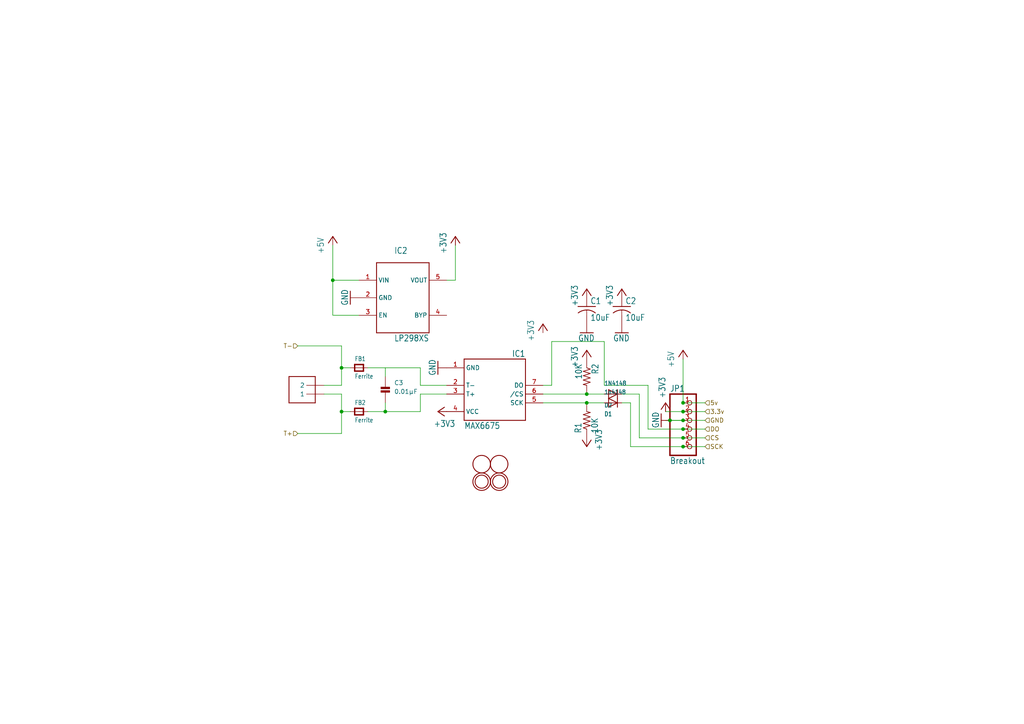
<source format=kicad_sch>
(kicad_sch (version 20230121) (generator eeschema)
  (paper "A4")
  (lib_symbols
    (symbol "Adafruit_MAX31855 v2-eagle-import:+3V3" (power)
      (property "Value" "+3V3" (at -2.54 -5.08 90))
      (symbol "+3V3_1_0"
        (polyline (pts (xy 0 0) (xy -1.27 -1.905)) (stroke (width 0.254)))
        (polyline (pts (xy 1.27 -1.905) (xy 0 0)) (stroke (width 0.254)))
        (pin power_in line (at 0 -2.54 90) (length 2.54) (name "+3V3") (number "1"))
      )
    )
    (symbol "Adafruit_MAX31855 v2-eagle-import:+5V" (power)
      (property "Value" "+5V" (at -2.54 -5.08 90))
      (symbol "+5V_1_0"
        (polyline (pts (xy 0 0) (xy -1.27 -1.905)) (stroke (width 0.254)))
        (polyline (pts (xy 1.27 -1.905) (xy 0 0)) (stroke (width 0.254)))
        (pin power_in line (at 0 -2.54 90) (length 2.54) (name "+5V") (number "1"))
      )
    )
    (symbol "Adafruit_MAX31855 v2-eagle-import:1X2-3.5MM"
      (symbol "1X2-3.5MM_1_0"
        (polyline (pts (xy -2.54 -2.54) (xy 5.08 -2.54)) (stroke (width 0.254)))
        (polyline (pts (xy -2.54 5.08) (xy -2.54 -2.54)) (stroke (width 0.254)))
        (polyline (pts (xy 5.08 -2.54) (xy 5.08 5.08)) (stroke (width 0.254)))
        (polyline (pts (xy 5.08 5.08) (xy -2.54 5.08)) (stroke (width 0.254)))
        (pin passive line (at -5.08 2.54 0) (length 5.08) (name "1") (number "1"))
        (pin passive line (at -5.08 0 0) (length 5.08) (name "2") (number "2"))
      )
    )
    (symbol "Adafruit_MAX31855 v2-eagle-import:C-USC0805K"
      (property "Reference" "C" (at 1.016 0.635 0))
      (symbol "C-USC0805K_1_0"
        (arc (start 0 -1.0161) (mid -1.302 -1.2303) (end -2.4668 -1.8504) (stroke (width 0.254)))
        (polyline (pts (xy -2.54 0) (xy 2.54 0)) (stroke (width 0.254)))
        (polyline (pts (xy 0 -1.016) (xy 0 -2.54)) (stroke (width 0.1524)))
        (arc (start 2.4892 -1.8541) (mid 1.3158 -1.2194) (end 0 -1) (stroke (width 0.254)))
        (pin passive line (at 0 2.54 270) (length 2.54) (name "1") (number "1"))
        (pin passive line (at 0 -5.08 90) (length 2.54) (name "2") (number "2"))
      )
    )
    (symbol "Adafruit_MAX31855 v2-eagle-import:CAP_CERAMIC_0805"
      (property "Reference" "C" (at 2.54 2.54 0))
      (symbol "CAP_CERAMIC_0805_1_0"
        (rectangle (start -1.27 0.508) (end 1.27 1.016) (fill (type outline)))
        (rectangle (start -1.27 1.524) (end 1.27 2.032) (fill (type outline)))
        (polyline (pts (xy 0 0.762) (xy 0 0)) (stroke (width 0.1524)))
        (polyline (pts (xy 0 2.54) (xy 0 1.778)) (stroke (width 0.1524)))
        (pin passive line (at 0 5.08 270) (length 2.54) (name "P$1") (number "1"))
        (pin passive line (at 0 -2.54 90) (length 2.54) (name "P$2") (number "2"))
      )
    )
    (symbol "Adafruit_MAX31855 v2-eagle-import:DIODESOD-323F"
      (property "Reference" "D" (at -2.54 2.54 0))
      (symbol "DIODESOD-323F_1_0"
        (polyline (pts (xy -1.27 -1.27) (xy 1.27 0)) (stroke (width 0.254)))
        (polyline (pts (xy -1.27 1.27) (xy -1.27 -1.27)) (stroke (width 0.254)))
        (polyline (pts (xy 1.27 0) (xy -1.27 1.27)) (stroke (width 0.254)))
        (polyline (pts (xy 1.27 0) (xy 1.27 -1.27)) (stroke (width 0.254)))
        (polyline (pts (xy 1.27 1.27) (xy 1.27 0)) (stroke (width 0.254)))
        (pin passive line (at -2.54 0 0) (length 2.54) (name "A") (number "A"))
        (pin passive line (at 2.54 0 180) (length 2.54) (name "C") (number "C"))
      )
    )
    (symbol "Adafruit_MAX31855 v2-eagle-import:FERRITE_0805"
      (property "Reference" "FB" (at -1.27 1.905 0))
      (symbol "FERRITE_0805_1_0"
        (polyline (pts (xy -1.27 -0.9525) (xy -1.27 0.9525)) (stroke (width 0.4064)))
        (polyline (pts (xy -1.27 0.9525) (xy 1.27 0.9525)) (stroke (width 0.4064)))
        (polyline (pts (xy 1.27 -0.9525) (xy -1.27 -0.9525)) (stroke (width 0.4064)))
        (polyline (pts (xy 1.27 0.9525) (xy 1.27 -0.9525)) (stroke (width 0.4064)))
        (pin passive line (at -2.54 0 0) (length 2.54) (name "P$1") (number "1"))
        (pin passive line (at 2.54 0 180) (length 2.54) (name "P$2") (number "2"))
      )
    )
    (symbol "Adafruit_MAX31855 v2-eagle-import:FIDUCIAL"
      (symbol "FIDUCIAL_1_0"
        (circle (center 0 0) (radius 2.54) (stroke (width 0.254)))
      )
    )
    (symbol "Adafruit_MAX31855 v2-eagle-import:GND" (power)
      (property "Value" "GND" (at -2.54 -2.54 0))
      (symbol "GND_1_0"
        (polyline (pts (xy -1.905 0) (xy 1.905 0)) (stroke (width 0.254)))
        (pin power_in line (at 0 2.54 270) (length 2.54) (name "GND") (number "1"))
      )
    )
    (symbol "Adafruit_MAX31855 v2-eagle-import:HEADER-1X676MIL"
      (property "Reference" "JP" (at -6.35 10.795 0))
      (symbol "HEADER-1X676MIL_1_0"
        (polyline (pts (xy -6.35 -7.62) (xy 1.27 -7.62)) (stroke (width 0.4064)))
        (polyline (pts (xy -6.35 10.16) (xy -6.35 -7.62)) (stroke (width 0.4064)))
        (polyline (pts (xy 1.27 -7.62) (xy 1.27 10.16)) (stroke (width 0.4064)))
        (polyline (pts (xy 1.27 10.16) (xy -6.35 10.16)) (stroke (width 0.4064)))
        (pin passive inverted (at -2.54 7.62 0) (length 2.54) (name "1") (number "1"))
        (pin passive inverted (at -2.54 5.08 0) (length 2.54) (name "2") (number "2"))
        (pin passive inverted (at -2.54 2.54 0) (length 2.54) (name "3") (number "3"))
        (pin passive inverted (at -2.54 0 0) (length 2.54) (name "4") (number "4"))
        (pin passive inverted (at -2.54 -2.54 0) (length 2.54) (name "5") (number "5"))
        (pin passive inverted (at -2.54 -5.08 0) (length 2.54) (name "6") (number "6"))
      )
    )
    (symbol "Adafruit_MAX31855 v2-eagle-import:LP298XS"
      (property "Reference" "IC" (at -12.7 -5.08 90))
      (symbol "LP298XS_1_0"
        (polyline (pts (xy -10.16 -10.16) (xy 10.16 -10.16)) (stroke (width 0.254)))
        (polyline (pts (xy -10.16 5.08) (xy -10.16 -10.16)) (stroke (width 0.254)))
        (polyline (pts (xy 10.16 -10.16) (xy 10.16 5.08)) (stroke (width 0.254)))
        (polyline (pts (xy 10.16 5.08) (xy -10.16 5.08)) (stroke (width 0.254)))
        (pin bidirectional line (at -5.08 -15.24 90) (length 5.08) (name "VIN") (number "1"))
        (pin bidirectional line (at 0 -15.24 90) (length 5.08) (name "GND") (number "2"))
        (pin bidirectional line (at 5.08 -15.24 90) (length 5.08) (name "EN") (number "3"))
        (pin bidirectional line (at 5.08 10.16 270) (length 5.08) (name "BYP") (number "4"))
        (pin bidirectional line (at -5.08 10.16 270) (length 5.08) (name "VOUT") (number "5"))
      )
    )
    (symbol "Adafruit_MAX31855 v2-eagle-import:MAX6675"
      (property "Reference" "IC" (at 10.16 7.62 0))
      (symbol "MAX6675_1_0"
        (polyline (pts (xy -7.62 -12.7) (xy -7.62 5.08)) (stroke (width 0.254)))
        (polyline (pts (xy -7.62 5.08) (xy 10.16 5.08)) (stroke (width 0.254)))
        (polyline (pts (xy 10.16 -12.7) (xy -7.62 -12.7)) (stroke (width 0.254)))
        (polyline (pts (xy 10.16 5.08) (xy 10.16 -12.7)) (stroke (width 0.254)))
        (pin power_in line (at -12.7 2.54 0) (length 5.08) (name "GND") (number "1"))
        (pin input line (at -12.7 -2.54 0) (length 5.08) (name "T-") (number "2"))
        (pin input line (at -12.7 -5.08 0) (length 5.08) (name "T+") (number "3"))
        (pin power_in line (at -12.7 -10.16 0) (length 5.08) (name "VCC") (number "4"))
        (pin input line (at 15.24 -7.62 180) (length 5.08) (name "SCK") (number "5"))
        (pin input line (at 15.24 -5.08 180) (length 5.08) (name "/CS") (number "6"))
        (pin output line (at 15.24 -2.54 180) (length 5.08) (name "DO") (number "7"))
      )
    )
    (symbol "Adafruit_MAX31855 v2-eagle-import:MOUNTINGHOLE2.0"
      (symbol "MOUNTINGHOLE2.0_1_0"
        (circle (center 0 0) (radius 1.905) (stroke (width 0.254)))
        (circle (center 0 0) (radius 2.54) (stroke (width 0.254)))
      )
    )
    (symbol "Adafruit_MAX31855 v2-eagle-import:R-US_R0805"
      (property "Reference" "R" (at -3.81 1.4986 0))
      (symbol "R-US_R0805_1_0"
        (polyline (pts (xy -2.54 0) (xy -2.159 1.016)) (stroke (width 0.2032)))
        (polyline (pts (xy -2.159 1.016) (xy -1.524 -1.016)) (stroke (width 0.2032)))
        (polyline (pts (xy -1.524 -1.016) (xy -0.889 1.016)) (stroke (width 0.2032)))
        (polyline (pts (xy -0.889 1.016) (xy -0.254 -1.016)) (stroke (width 0.2032)))
        (polyline (pts (xy -0.254 -1.016) (xy 0.381 1.016)) (stroke (width 0.2032)))
        (polyline (pts (xy 0.381 1.016) (xy 1.016 -1.016)) (stroke (width 0.2032)))
        (polyline (pts (xy 1.016 -1.016) (xy 1.651 1.016)) (stroke (width 0.2032)))
        (polyline (pts (xy 1.651 1.016) (xy 2.286 -1.016)) (stroke (width 0.2032)))
        (polyline (pts (xy 2.286 -1.016) (xy 2.54 0)) (stroke (width 0.2032)))
        (pin passive line (at -5.08 0 0) (length 2.54) (name "1") (number "1"))
        (pin passive line (at 5.08 0 180) (length 2.54) (name "2") (number "2"))
      )
    )
  )
  (junction (at 170.18 114.3))
  (junction (at 170.18 116.84))
  (junction (at 198.12 127))
  (junction (at 198.12 124.46))
  (junction (at 99.06 119.38))
  (junction (at 99.06 106.68))
  (junction (at 198.12 129.54))
  (junction (at 198.12 121.92))
  (junction (at 96.52 81.28))
  (junction (at 194.31 121.92))
  (junction (at 111.76 119.38))
  (junction (at 198.12 116.84))
  (junction (at 198.12 119.38))
  (wire (pts (xy 99.06 100.33) (xy 99.06 106.68)))
  (wire (pts (xy 93.98 114.3) (xy 99.06 114.3)) (stroke (width 0.1524)))
  (wire (pts (xy 121.92 114.3) (xy 129.54 114.3)) (stroke (width 0.1524)))
  (wire (pts (xy 160.02 111.76) (xy 160.02 99.06)) (stroke (width 0.1524)))
  (wire (pts (xy 185.42 114.3) (xy 185.42 127)) (stroke (width 0.1524)))
  (wire (pts (xy 86.36 125.73) (xy 99.06 125.73)))
  (wire (pts (xy 198.12 121.92) (xy 204.47 121.92)))
  (wire (pts (xy 194.31 121.92) (xy 193.04 121.92)))
  (wire (pts (xy 194.31 121.92) (xy 198.12 121.92)))
  (wire (pts (xy 106.68 106.68) (xy 111.76 106.68)) (stroke (width 0.1524)))
  (wire (pts (xy 180.34 116.84) (xy 182.88 116.84)) (stroke (width 0.1524)))
  (wire (pts (xy 96.52 81.28) (xy 104.14 81.28)) (stroke (width 0.1524)))
  (wire (pts (xy 121.92 106.68) (xy 121.92 111.76)) (stroke (width 0.1524)))
  (wire (pts (xy 86.36 100.33) (xy 99.06 100.33)))
  (wire (pts (xy 170.18 116.84) (xy 157.48 116.84)) (stroke (width 0.1524)))
  (wire (pts (xy 198.12 127) (xy 204.47 127)))
  (wire (pts (xy 187.96 111.76) (xy 187.96 124.46)) (stroke (width 0.1524)))
  (wire (pts (xy 185.42 127) (xy 198.12 127)) (stroke (width 0.1524)))
  (wire (pts (xy 132.08 81.28) (xy 129.54 81.28)) (stroke (width 0.1524)))
  (wire (pts (xy 182.88 129.54) (xy 198.12 129.54)) (stroke (width 0.1524)))
  (wire (pts (xy 187.96 124.46) (xy 198.12 124.46)) (stroke (width 0.1524)))
  (wire (pts (xy 111.76 106.68) (xy 121.92 106.68)) (stroke (width 0.1524)))
  (wire (pts (xy 99.06 125.73) (xy 99.06 119.38)))
  (wire (pts (xy 96.52 81.28) (xy 96.52 91.44)) (stroke (width 0.1524)))
  (wire (pts (xy 160.02 99.06) (xy 175.26 99.06)) (stroke (width 0.1524)))
  (wire (pts (xy 175.26 111.76) (xy 187.96 111.76)) (stroke (width 0.1524)))
  (wire (pts (xy 170.18 114.3) (xy 175.26 114.3)) (stroke (width 0.1524)))
  (wire (pts (xy 106.68 119.38) (xy 111.76 119.38)) (stroke (width 0.1524)))
  (wire (pts (xy 198.12 116.84) (xy 204.47 116.84)))
  (wire (pts (xy 198.12 124.46) (xy 204.47 124.46)))
  (wire (pts (xy 121.92 111.76) (xy 129.54 111.76)) (stroke (width 0.1524)))
  (wire (pts (xy 198.12 119.38) (xy 204.47 119.38)))
  (wire (pts (xy 198.12 129.54) (xy 204.47 129.54)))
  (wire (pts (xy 175.26 99.06) (xy 175.26 111.76)) (stroke (width 0.1524)))
  (wire (pts (xy 111.76 119.38) (xy 121.92 119.38)) (stroke (width 0.1524)))
  (wire (pts (xy 198.12 104.14) (xy 198.12 116.84)) (stroke (width 0.1524)))
  (wire (pts (xy 182.88 116.84) (xy 182.88 129.54)) (stroke (width 0.1524)))
  (wire (pts (xy 96.52 71.12) (xy 96.52 81.28)) (stroke (width 0.1524)))
  (wire (pts (xy 193.04 119.38) (xy 198.12 119.38)) (stroke (width 0.1524)))
  (wire (pts (xy 99.06 106.68) (xy 101.6 106.68)) (stroke (width 0.1524)))
  (wire (pts (xy 121.92 119.38) (xy 121.92 114.3)) (stroke (width 0.1524)))
  (wire (pts (xy 194.31 121.92) (xy 198.12 121.92)) (stroke (width 0.1524)))
  (wire (pts (xy 99.06 114.3) (xy 99.06 119.38)) (stroke (width 0.1524)))
  (wire (pts (xy 170.18 116.84) (xy 175.26 116.84)) (stroke (width 0.1524)))
  (wire (pts (xy 111.76 106.68) (xy 111.76 109.22)) (stroke (width 0.1524)))
  (wire (pts (xy 99.06 111.76) (xy 99.06 106.68)) (stroke (width 0.1524)))
  (wire (pts (xy 93.98 111.76) (xy 99.06 111.76)) (stroke (width 0.1524)))
  (wire (pts (xy 180.34 114.3) (xy 185.42 114.3)) (stroke (width 0.1524)))
  (wire (pts (xy 132.08 71.12) (xy 132.08 81.28)) (stroke (width 0.1524)))
  (wire (pts (xy 111.76 119.38) (xy 111.76 116.84)) (stroke (width 0.1524)))
  (wire (pts (xy 170.18 114.3) (xy 157.48 114.3)) (stroke (width 0.1524)))
  (wire (pts (xy 99.06 119.38) (xy 101.6 119.38)) (stroke (width 0.1524)))
  (wire (pts (xy 160.02 111.76) (xy 157.48 111.76)) (stroke (width 0.1524)))
  (wire (pts (xy 96.52 91.44) (xy 104.14 91.44)) (stroke (width 0.1524)))
  (hierarchical_label "5v" (shape input) (at 204.47 116.84 0))
  (hierarchical_label "3.3v" (shape input) (at 204.47 119.38 0))
  (hierarchical_label "SCK" (shape input) (at 204.47 129.54 0))
  (hierarchical_label "DO" (shape input) (at 204.47 124.46 0))
  (hierarchical_label "T-" (shape input) (at 86.36 100.33 180))
  (hierarchical_label "GND" (shape input) (at 204.47 121.92 0))
  (hierarchical_label "T+" (shape input) (at 86.36 125.73 180))
  (hierarchical_label "CS" (shape input) (at 204.47 127 0))
  (symbol (lib_id "Adafruit_MAX31855 v2-eagle-import:+3V3") (at 170.18 83.82 0) (unit 1)
    (property "Reference" "#+3V4" (effects hide))
    (property "Value" "+3V3" (at 167.64 88.9 90) (effects (font (size 1.778 1.5113)) (justify left bottom)))
  )
  (symbol (lib_id "Adafruit_MAX31855 v2-eagle-import:MOUNTINGHOLE2.0") (at 144.78 139.7 0) (unit 1)
    (property "Reference" "U$5" (effects hide))
    (property "Value" "MOUNTINGHOLE2.0" (effects hide))
    (property "Footprint" "Adafruit_MAX31855 v2:MOUNTINGHOLE_2.0_PLATED" (effects hide))
  )
  (symbol (lib_id "Adafruit_MAX31855 v2-eagle-import:GND") (at 170.18 96.52 0) (unit 1)
    (property "Reference" "#GND2" (effects hide))
    (property "Value" "GND" (at 167.64 99.06 0) (effects (font (size 1.778 1.5113)) (justify left bottom)))
  )
  (symbol (lib_id "Adafruit_MAX31855 v2-eagle-import:FERRITE_0805") (at 104.14 119.38 0) (unit 1)
    (property "Reference" "FB2" (at 102.87 117.475 0) (effects (font (size 1.27 1.0795)) (justify left bottom)))
    (property "Value" "Ferrite" (at 102.87 122.555 0) (effects (font (size 1.27 1.0795)) (justify left bottom)))
    (property "Footprint" "Adafruit_MAX31855 v2:_0805" (effects hide))
  )
  (symbol (lib_id "Adafruit_MAX31855 v2-eagle-import:LP298XS") (at 119.38 86.36 270) (unit 1)
    (property "Reference" "IC2" (at 114.3 73.66 90) (effects (font (size 1.778 1.5113)) (justify left bottom)))
    (property "Value" "LP298XS" (at 114.3 99.06 90) (effects (font (size 1.778 1.5113)) (justify left bottom)))
    (property "Footprint" "Adafruit_MAX31855 v2:SOT23-5L" (effects hide))
  )
  (symbol (lib_id "Adafruit_MAX31855 v2-eagle-import:+3V3") (at 132.08 68.58 0) (unit 1)
    (property "Reference" "#+3V6" (effects hide))
    (property "Value" "+3V3" (at 129.54 73.66 90) (effects (font (size 1.778 1.5113)) (justify left bottom)))
  )
  (symbol (lib_id "Adafruit_MAX31855 v2-eagle-import:+5V") (at 96.52 68.58 0) (unit 1)
    (property "Reference" "#P+1" (effects hide))
    (property "Value" "+5V" (at 93.98 73.66 90) (effects (font (size 1.778 1.5113)) (justify left bottom)))
  )
  (symbol (lib_id "Adafruit_MAX31855 v2-eagle-import:+3V3") (at 170.18 129.54 180) (unit 1)
    (property "Reference" "#+3V8" (effects hide))
    (property "Value" "+3V3" (at 172.72 124.46 90) (effects (font (size 1.778 1.5113)) (justify left bottom)))
  )
  (symbol (lib_id "Adafruit_MAX31855 v2-eagle-import:R-US_R0805") (at 170.18 109.22 270) (unit 1)
    (property "Reference" "R2" (at 171.6786 105.41 0) (effects (font (size 1.778 1.5113)) (justify left bottom)))
    (property "Value" "10K" (at 166.878 105.41 0) (effects (font (size 1.778 1.5113)) (justify left bottom)))
    (property "Footprint" "Adafruit_MAX31855 v2:R0805" (effects hide))
  )
  (symbol (lib_id "Adafruit_MAX31855 v2-eagle-import:+3V3") (at 157.48 93.98 0) (unit 1)
    (property "Reference" "#+3V2" (effects hide))
    (property "Value" "+3V3" (at 154.94 99.06 90) (effects (font (size 1.778 1.5113)) (justify left bottom)))
  )
  (symbol (lib_id "Adafruit_MAX31855 v2-eagle-import:C-USC0805K") (at 170.18 88.9 0) (unit 1)
    (property "Reference" "C1" (at 171.196 88.265 0) (effects (font (size 1.778 1.5113)) (justify left bottom)))
    (property "Value" "10uF" (at 171.196 93.091 0) (effects (font (size 1.778 1.5113)) (justify left bottom)))
    (property "Footprint" "Adafruit_MAX31855 v2:C0805K" (effects hide))
  )
  (symbol (lib_id "Adafruit_MAX31855 v2-eagle-import:C-USC0805K") (at 180.34 88.9 0) (unit 1)
    (property "Reference" "C2" (at 181.356 88.265 0) (effects (font (size 1.778 1.5113)) (justify left bottom)))
    (property "Value" "10uF" (at 181.356 93.091 0) (effects (font (size 1.778 1.5113)) (justify left bottom)))
    (property "Footprint" "Adafruit_MAX31855 v2:C0805K" (effects hide))
  )
  (symbol (lib_id "Adafruit_MAX31855 v2-eagle-import:1X2-3.5MM") (at 88.9 111.76 180) (unit 1)
    (property "Reference" "J1" (effects hide))
    (property "Value" "1X2-3.5MM" (effects hide))
    (property "Footprint" "Adafruit_MAX31855 v2:1X2-3.5MM" (effects hide))
  )
  (symbol (lib_id "Adafruit_MAX31855 v2-eagle-import:GND") (at 180.34 96.52 0) (unit 1)
    (property "Reference" "#GND4" (effects hide))
    (property "Value" "GND" (at 177.8 99.06 0) (effects (font (size 1.778 1.5113)) (justify left bottom)))
  )
  (symbol (lib_id "Adafruit_MAX31855 v2-eagle-import:DIODESOD-323F") (at 177.8 116.84 0) (mirror x) (unit 1)
    (property "Reference" "D1" (at 175.26 119.38 0) (effects (font (size 1.27 1.0795)) (justify left bottom)))
    (property "Value" "1n4148" (at 175.26 113.03 0) (effects (font (size 1.27 1.0795)) (justify left bottom)))
    (property "Footprint" "Adafruit_MAX31855 v2:SOD-323F" (effects hide))
  )
  (symbol (lib_id "Adafruit_MAX31855 v2-eagle-import:FIDUCIAL") (at 144.78 134.62 0) (unit 1)
    (property "Reference" "U$2" (effects hide))
    (property "Value" "FIDUCIAL" (effects hide))
    (property "Footprint" "Adafruit_MAX31855 v2:FIDUCIAL_1MM" (effects hide))
  )
  (symbol (lib_id "Adafruit_MAX31855 v2-eagle-import:HEADER-1X676MIL") (at 200.66 124.46 0) (unit 1)
    (property "Reference" "JP1" (at 194.31 113.665 0) (effects (font (size 1.778 1.5113)) (justify left bottom)))
    (property "Value" "Breakout" (at 194.31 134.62 0) (effects (font (size 1.778 1.5113)) (justify left bottom)))
    (property "Footprint" "Adafruit_MAX31855 v2:1X06_ROUND_76" (effects hide))
  )
  (symbol (lib_id "Adafruit_MAX31855 v2-eagle-import:GND") (at 191.77 121.92 270) (unit 1)
    (property "Reference" "#GND3" (effects hide))
    (property "Value" "GND" (at 189.23 119.38 0) (effects (font (size 1.778 1.5113)) (justify left bottom)))
  )
  (symbol (lib_id "Adafruit_MAX31855 v2-eagle-import:MAX6675") (at 142.24 109.22 0) (unit 1)
    (property "Reference" "IC1" (at 152.4 101.6 0) (effects (font (size 1.778 1.5113)) (justify right top)))
    (property "Value" "MAX6675" (at 134.62 124.46 0) (effects (font (size 1.778 1.5113)) (justify left bottom)))
    (property "Footprint" "Adafruit_MAX31855 v2:SO08" (effects hide))
  )
  (symbol (lib_id "Adafruit_MAX31855 v2-eagle-import:CAP_CERAMIC_0805") (at 111.76 114.3 0) (unit 1)
    (property "Reference" "C3" (at 114.3 111.76 0) (effects (justify left bottom)))
    (property "Value" "0.01µF" (at 114.3 114.3 0) (effects (justify left bottom)))
    (property "Footprint" "Adafruit_MAX31855 v2:_0805" (effects hide))
  )
  (symbol (lib_id "Adafruit_MAX31855 v2-eagle-import:+5V") (at 198.12 101.6 0) (unit 1)
    (property "Reference" "#P+2" (effects hide))
    (property "Value" "+5V" (at 195.58 106.68 90) (effects (font (size 1.778 1.5113)) (justify left bottom)))
  )
  (symbol (lib_id "Adafruit_MAX31855 v2-eagle-import:GND") (at 101.6 86.36 270) (unit 1)
    (property "Reference" "#GND7" (effects hide))
    (property "Value" "GND" (at 99.06 83.82 0) (effects (font (size 1.778 1.5113)) (justify left bottom)))
  )
  (symbol (lib_id "Adafruit_MAX31855 v2-eagle-import:R-US_R0805") (at 170.18 121.92 90) (unit 1)
    (property "Reference" "R1" (at 168.6814 125.73 0) (effects (font (size 1.778 1.5113)) (justify left bottom)))
    (property "Value" "10K" (at 173.482 125.73 0) (effects (font (size 1.778 1.5113)) (justify left bottom)))
    (property "Footprint" "Adafruit_MAX31855 v2:R0805" (effects hide))
  )
  (symbol (lib_id "Adafruit_MAX31855 v2-eagle-import:+3V3") (at 127 119.38 90) (unit 1)
    (property "Reference" "#+3V3" (effects hide))
    (property "Value" "+3V3" (at 132.08 121.92 90) (effects (font (size 1.778 1.5113)) (justify left bottom)))
  )
  (symbol (lib_id "Adafruit_MAX31855 v2-eagle-import:FIDUCIAL") (at 139.7 134.62 0) (unit 1)
    (property "Reference" "U$1" (effects hide))
    (property "Value" "FIDUCIAL" (effects hide))
    (property "Footprint" "Adafruit_MAX31855 v2:FIDUCIAL_1MM" (effects hide))
  )
  (symbol (lib_id "Adafruit_MAX31855 v2-eagle-import:FERRITE_0805") (at 104.14 106.68 0) (unit 1)
    (property "Reference" "FB1" (at 102.87 104.775 0) (effects (font (size 1.27 1.0795)) (justify left bottom)))
    (property "Value" "Ferrite" (at 102.87 109.855 0) (effects (font (size 1.27 1.0795)) (justify left bottom)))
    (property "Footprint" "Adafruit_MAX31855 v2:_0805" (effects hide))
  )
  (symbol (lib_id "Adafruit_MAX31855 v2-eagle-import:MOUNTINGHOLE2.0") (at 139.7 139.7 0) (unit 1)
    (property "Reference" "U$4" (effects hide))
    (property "Value" "MOUNTINGHOLE2.0" (effects hide))
    (property "Footprint" "Adafruit_MAX31855 v2:MOUNTINGHOLE_2.0_PLATED" (effects hide))
  )
  (symbol (lib_id "Adafruit_MAX31855 v2-eagle-import:+3V3") (at 193.04 116.84 0) (unit 1)
    (property "Reference" "#+3V1" (effects hide))
    (property "Value" "+3V3" (at 193.04 115.57 90) (effects (font (size 1.778 1.5113)) (justify left bottom)))
  )
  (symbol (lib_id "Adafruit_MAX31855 v2-eagle-import:+3V3") (at 170.18 101.6 0) (unit 1)
    (property "Reference" "#+3V7" (effects hide))
    (property "Value" "+3V3" (at 167.64 106.68 90) (effects (font (size 1.778 1.5113)) (justify left bottom)))
  )
  (symbol (lib_id "Adafruit_MAX31855 v2-eagle-import:DIODESOD-323F") (at 177.8 114.3 0) (mirror x) (unit 1)
    (property "Reference" "D2" (at 175.26 116.84 0) (effects (font (size 1.27 1.0795)) (justify left bottom)))
    (property "Value" "1N4148" (at 175.26 110.49 0) (effects (font (size 1.27 1.0795)) (justify left bottom)))
    (property "Footprint" "Adafruit_MAX31855 v2:SOD-323F" (effects hide))
  )
  (symbol (lib_id "Adafruit_MAX31855 v2-eagle-import:+3V3") (at 180.34 83.82 0) (unit 1)
    (property "Reference" "#+3V5" (effects hide))
    (property "Value" "+3V3" (at 177.8 88.9 90) (effects (font (size 1.778 1.5113)) (justify left bottom)))
  )
  (symbol (lib_id "Adafruit_MAX31855 v2-eagle-import:GND") (at 127 106.68 270) (unit 1)
    (property "Reference" "#GND1" (effects hide))
    (property "Value" "GND" (at 124.46 104.14 0) (effects (font (size 1.778 1.5113)) (justify left bottom)))
  )
)
</source>
